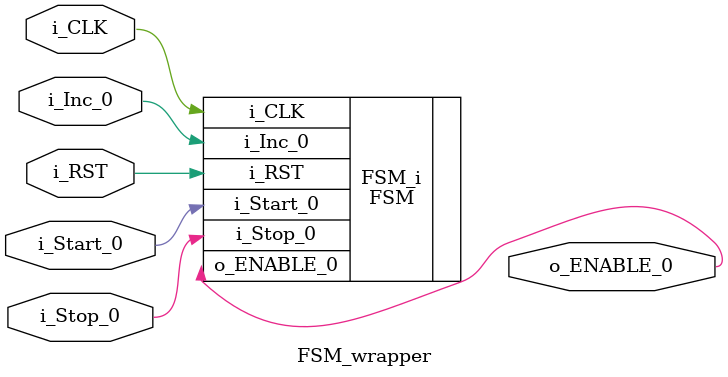
<source format=v>
`timescale 1 ps / 1 ps

module FSM_wrapper
   (i_CLK,
    i_Inc_0,
    i_RST,
    i_Start_0,
    i_Stop_0,
    o_ENABLE_0);
  input i_CLK;
  input i_Inc_0;
  input i_RST;
  input i_Start_0;
  input i_Stop_0;
  output o_ENABLE_0;

  wire i_CLK;
  wire i_Inc_0;
  wire i_RST;
  wire i_Start_0;
  wire i_Stop_0;
  wire o_ENABLE_0;

  FSM FSM_i
       (.i_CLK(i_CLK),
        .i_Inc_0(i_Inc_0),
        .i_RST(i_RST),
        .i_Start_0(i_Start_0),
        .i_Stop_0(i_Stop_0),
        .o_ENABLE_0(o_ENABLE_0));
endmodule

</source>
